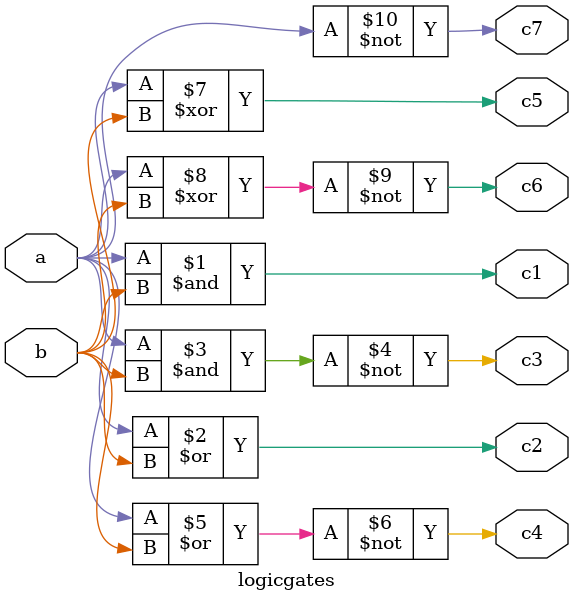
<source format=v>
module logicgates(a,b,c1,c2,c3,c4,c5,c6,c7);
input a,b;
output c1,c2,c3,c4,c5,c6,c7;
and g1(c1,a,b);
or g2(c2,a,b);
nand g3(c3,a,b);
nor g4(c4,a,b);
xor g5(c5,a,b);
xnor g6(c6,a,b);
not g7(c7,a);
endmodule

</source>
